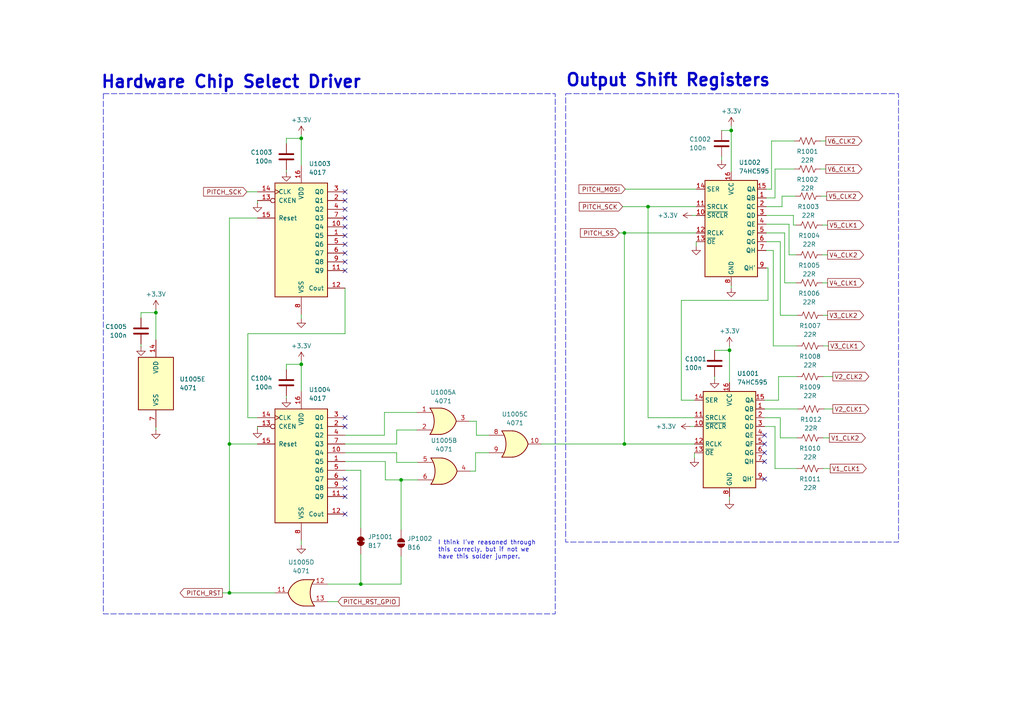
<source format=kicad_sch>
(kicad_sch (version 20231120) (generator "eeschema") (generator_version "8.0")
  (paper "A4")
  (lib_symbols
    (symbol "+3.3V_1" (power) (pin_numbers hide) (pin_names (offset 0) hide)
      (property "Value" "+3.3V" (at 0 3.556 0))
      (symbol "+3.3V_1_0_1"
        (polyline (pts (xy -0.762 1.27) (xy 0 2.54)))
        (polyline (pts (xy 0 0) (xy 0 2.54)))
        (polyline (pts (xy 0 2.54) (xy 0.762 1.27)))
      )
      (symbol "+3.3V_1_1_1"
        (pin power_in line (at 0 0 90) (length 0) (name "~") (number "1"))
      )
    )
    (symbol "4xxx:4017" (pin_names (offset 1.016))
      (property "Reference" "U" (at -7.62 16.51 0))
      (property "Value" "4017" (at -7.62 -19.05 0))
      (symbol "4017_1_0"
        (pin output line (at 12.7 0 180) (length 5.08) (name "Q5") (number "1"))
        (pin output line (at 12.7 2.54 180) (length 5.08) (name "Q4") (number "10"))
        (pin output line (at 12.7 -10.16 180) (length 5.08) (name "Q9") (number "11"))
        (pin output line (at 12.7 -15.24 180) (length 5.08) (name "Cout") (number "12"))
        (pin input inverted (at -12.7 10.16 0) (length 5.08) (name "CKEN") (number "13"))
        (pin input clock (at -12.7 12.7 0) (length 5.08) (name "CLK") (number "14"))
        (pin input line (at -12.7 5.08 0) (length 5.08) (name "Reset") (number "15"))
        (pin power_in line (at 0 20.32 270) (length 5.08) (name "VDD") (number "16"))
        (pin output line (at 12.7 10.16 180) (length 5.08) (name "Q1") (number "2"))
        (pin output line (at 12.7 12.7 180) (length 5.08) (name "Q0") (number "3"))
        (pin output line (at 12.7 7.62 180) (length 5.08) (name "Q2") (number "4"))
        (pin output line (at 12.7 -2.54 180) (length 5.08) (name "Q6") (number "5"))
        (pin output line (at 12.7 -5.08 180) (length 5.08) (name "Q7") (number "6"))
        (pin output line (at 12.7 5.08 180) (length 5.08) (name "Q3") (number "7"))
        (pin power_in line (at 0 -22.86 90) (length 5.08) (name "VSS") (number "8"))
        (pin output line (at 12.7 -7.62 180) (length 5.08) (name "Q8") (number "9"))
      )
      (symbol "4017_1_1"
        (rectangle (start -7.62 15.24) (end 7.62 -17.78) (stroke (width 0.254)) (fill (type background)))
      )
    )
    (symbol "4xxx:4071" (pin_names (offset 1.016))
      (property "Reference" "U" (at 0 1.27 0))
      (property "Value" "4071" (at 0 -1.27 0))
      (symbol "4071_1_1"
        (arc (start -3.81 -3.81) (mid -2.589 0) (end -3.81 3.81) (stroke (width 0.254)))
        (arc (start -0.6096 -3.81) (mid 2.1842 -2.5851) (end 3.81 0) (stroke (width 0.254)) (fill (type background)))
        (polyline (pts (xy -3.81 -3.81) (xy -0.635 -3.81)) (stroke (width 0.254)) (fill (type background)))
        (polyline (pts (xy -3.81 3.81) (xy -0.635 3.81)) (stroke (width 0.254)) (fill (type background)))
        (polyline (pts (xy -0.635 3.81) (xy -3.81 3.81) (xy -3.81 3.81) (xy -3.556 3.4036) (xy -3.0226 2.2606) (xy -2.6924 1.0414) (xy -2.6162 -0.254) (xy -2.7686 -1.4986) (xy -3.175 -2.7178) (xy -3.81 -3.81) (xy -3.81 -3.81) (xy -0.635 -3.81)) (stroke (width -25.4)) (fill (type background)))
        (arc (start 3.81 0) (mid 2.1915 2.5936) (end -0.6096 3.81) (stroke (width 0.254)) (fill (type background)))
        (pin input line (at -7.62 2.54 0) (length 4.318) (name "~") (number "1"))
        (pin input line (at -7.62 -2.54 0) (length 4.318) (name "~") (number "2"))
        (pin output line (at 7.62 0 180) (length 3.81) (name "~") (number "3"))
      )
      (symbol "4071_1_2"
        (arc (start 0 -3.81) (mid 3.7934 0) (end 0 3.81) (stroke (width 0.254)) (fill (type background)))
        (polyline (pts (xy 0 3.81) (xy -3.81 3.81) (xy -3.81 -3.81) (xy 0 -3.81)) (stroke (width 0.254)) (fill (type background)))
        (pin input inverted (at -7.62 2.54 0) (length 3.81) (name "~") (number "1"))
        (pin input inverted (at -7.62 -2.54 0) (length 3.81) (name "~") (number "2"))
        (pin output inverted (at 7.62 0 180) (length 3.81) (name "~") (number "3"))
      )
      (symbol "4071_2_1"
        (arc (start -3.81 -3.81) (mid -2.589 0) (end -3.81 3.81) (stroke (width 0.254)))
        (arc (start -0.6096 -3.81) (mid 2.1842 -2.5851) (end 3.81 0) (stroke (width 0.254)) (fill (type background)))
        (polyline (pts (xy -3.81 -3.81) (xy -0.635 -3.81)) (stroke (width 0.254)) (fill (type background)))
        (polyline (pts (xy -3.81 3.81) (xy -0.635 3.81)) (stroke (width 0.254)) (fill (type background)))
        (polyline (pts (xy -0.635 3.81) (xy -3.81 3.81) (xy -3.81 3.81) (xy -3.556 3.4036) (xy -3.0226 2.2606) (xy -2.6924 1.0414) (xy -2.6162 -0.254) (xy -2.7686 -1.4986) (xy -3.175 -2.7178) (xy -3.81 -3.81) (xy -3.81 -3.81) (xy -0.635 -3.81)) (stroke (width -25.4)) (fill (type background)))
        (arc (start 3.81 0) (mid 2.1915 2.5936) (end -0.6096 3.81) (stroke (width 0.254)) (fill (type background)))
        (pin output line (at 7.62 0 180) (length 3.81) (name "~") (number "4"))
        (pin input line (at -7.62 2.54 0) (length 4.318) (name "~") (number "5"))
        (pin input line (at -7.62 -2.54 0) (length 4.318) (name "~") (number "6"))
      )
      (symbol "4071_2_2"
        (arc (start 0 -3.81) (mid 3.7934 0) (end 0 3.81) (stroke (width 0.254)) (fill (type background)))
        (polyline (pts (xy 0 3.81) (xy -3.81 3.81) (xy -3.81 -3.81) (xy 0 -3.81)) (stroke (width 0.254)) (fill (type background)))
        (pin output inverted (at 7.62 0 180) (length 3.81) (name "~") (number "4"))
        (pin input inverted (at -7.62 2.54 0) (length 3.81) (name "~") (number "5"))
        (pin input inverted (at -7.62 -2.54 0) (length 3.81) (name "~") (number "6"))
      )
      (symbol "4071_3_1"
        (arc (start -3.81 -3.81) (mid -2.589 0) (end -3.81 3.81) (stroke (width 0.254)))
        (arc (start -0.6096 -3.81) (mid 2.1842 -2.5851) (end 3.81 0) (stroke (width 0.254)) (fill (type background)))
        (polyline (pts (xy -3.81 -3.81) (xy -0.635 -3.81)) (stroke (width 0.254)) (fill (type background)))
        (polyline (pts (xy -3.81 3.81) (xy -0.635 3.81)) (stroke (width 0.254)) (fill (type background)))
        (polyline (pts (xy -0.635 3.81) (xy -3.81 3.81) (xy -3.81 3.81) (xy -3.556 3.4036) (xy -3.0226 2.2606) (xy -2.6924 1.0414) (xy -2.6162 -0.254) (xy -2.7686 -1.4986) (xy -3.175 -2.7178) (xy -3.81 -3.81) (xy -3.81 -3.81) (xy -0.635 -3.81)) (stroke (width -25.4)) (fill (type background)))
        (arc (start 3.81 0) (mid 2.1915 2.5936) (end -0.6096 3.81) (stroke (width 0.254)) (fill (type background)))
        (pin output line (at 7.62 0 180) (length 3.81) (name "~") (number "10"))
        (pin input line (at -7.62 2.54 0) (length 4.318) (name "~") (number "8"))
        (pin input line (at -7.62 -2.54 0) (length 4.318) (name "~") (number "9"))
      )
      (symbol "4071_3_2"
        (arc (start 0 -3.81) (mid 3.7934 0) (end 0 3.81) (stroke (width 0.254)) (fill (type background)))
        (polyline (pts (xy 0 3.81) (xy -3.81 3.81) (xy -3.81 -3.81) (xy 0 -3.81)) (stroke (width 0.254)) (fill (type background)))
        (pin output inverted (at 7.62 0 180) (length 3.81) (name "~") (number "10"))
        (pin input inverted (at -7.62 2.54 0) (length 3.81) (name "~") (number "8"))
        (pin input inverted (at -7.62 -2.54 0) (length 3.81) (name "~") (number "9"))
      )
      (symbol "4071_4_1"
        (arc (start -3.81 -3.81) (mid -2.589 0) (end -3.81 3.81) (stroke (width 0.254)))
        (arc (start -0.6096 -3.81) (mid 2.1842 -2.5851) (end 3.81 0) (stroke (width 0.254)) (fill (type background)))
        (polyline (pts (xy -3.81 -3.81) (xy -0.635 -3.81)) (stroke (width 0.254)) (fill (type background)))
        (polyline (pts (xy -3.81 3.81) (xy -0.635 3.81)) (stroke (width 0.254)) (fill (type background)))
        (polyline (pts (xy -0.635 3.81) (xy -3.81 3.81) (xy -3.81 3.81) (xy -3.556 3.4036) (xy -3.0226 2.2606) (xy -2.6924 1.0414) (xy -2.6162 -0.254) (xy -2.7686 -1.4986) (xy -3.175 -2.7178) (xy -3.81 -3.81) (xy -3.81 -3.81) (xy -0.635 -3.81)) (stroke (width -25.4)) (fill (type background)))
        (arc (start 3.81 0) (mid 2.1915 2.5936) (end -0.6096 3.81) (stroke (width 0.254)) (fill (type background)))
        (pin output line (at 7.62 0 180) (length 3.81) (name "~") (number "11"))
        (pin input line (at -7.62 2.54 0) (length 4.318) (name "~") (number "12"))
        (pin input line (at -7.62 -2.54 0) (length 4.318) (name "~") (number "13"))
      )
      (symbol "4071_4_2"
        (arc (start 0 -3.81) (mid 3.7934 0) (end 0 3.81) (stroke (width 0.254)) (fill (type background)))
        (polyline (pts (xy 0 3.81) (xy -3.81 3.81) (xy -3.81 -3.81) (xy 0 -3.81)) (stroke (width 0.254)) (fill (type background)))
        (pin output inverted (at 7.62 0 180) (length 3.81) (name "~") (number "11"))
        (pin input inverted (at -7.62 2.54 0) (length 3.81) (name "~") (number "12"))
        (pin input inverted (at -7.62 -2.54 0) (length 3.81) (name "~") (number "13"))
      )
      (symbol "4071_5_0"
        (pin power_in line (at 0 12.7 270) (length 5.08) (name "VDD") (number "14"))
        (pin power_in line (at 0 -12.7 90) (length 5.08) (name "VSS") (number "7"))
      )
      (symbol "4071_5_1"
        (rectangle (start -5.08 7.62) (end 5.08 -7.62) (stroke (width 0.254)) (fill (type background)))
      )
    )
    (symbol "74xx:74HC595"
      (property "Reference" "U" (at -7.62 13.97 0))
      (property "Value" "74HC595" (at -7.62 -16.51 0))
      (symbol "74HC595_1_0"
        (pin tri_state line (at 10.16 7.62 180) (length 2.54) (name "QB") (number "1"))
        (pin input line (at -10.16 2.54 0) (length 2.54) (name "~{SRCLR}") (number "10"))
        (pin input line (at -10.16 5.08 0) (length 2.54) (name "SRCLK") (number "11"))
        (pin input line (at -10.16 -2.54 0) (length 2.54) (name "RCLK") (number "12"))
        (pin input line (at -10.16 -5.08 0) (length 2.54) (name "~{OE}") (number "13"))
        (pin input line (at -10.16 10.16 0) (length 2.54) (name "SER") (number "14"))
        (pin tri_state line (at 10.16 10.16 180) (length 2.54) (name "QA") (number "15"))
        (pin power_in line (at 0 15.24 270) (length 2.54) (name "VCC") (number "16"))
        (pin tri_state line (at 10.16 5.08 180) (length 2.54) (name "QC") (number "2"))
        (pin tri_state line (at 10.16 2.54 180) (length 2.54) (name "QD") (number "3"))
        (pin tri_state line (at 10.16 0 180) (length 2.54) (name "QE") (number "4"))
        (pin tri_state line (at 10.16 -2.54 180) (length 2.54) (name "QF") (number "5"))
        (pin tri_state line (at 10.16 -5.08 180) (length 2.54) (name "QG") (number "6"))
        (pin tri_state line (at 10.16 -7.62 180) (length 2.54) (name "QH") (number "7"))
        (pin power_in line (at 0 -17.78 90) (length 2.54) (name "GND") (number "8"))
        (pin output line (at 10.16 -12.7 180) (length 2.54) (name "QH'") (number "9"))
      )
      (symbol "74HC595_1_1"
        (rectangle (start -7.62 12.7) (end 7.62 -15.24) (stroke (width 0.254)) (fill (type background)))
      )
    )
    (symbol "Device:C" (pin_numbers hide) (pin_names (offset 0.254))
      (property "Reference" "C" (at 0.635 2.54 0))
      (property "Value" "C" (at 0.635 -2.54 0))
      (symbol "C_0_1"
        (polyline (pts (xy -2.032 -0.762) (xy 2.032 -0.762)) (stroke (width 0.508)))
        (polyline (pts (xy -2.032 0.762) (xy 2.032 0.762)) (stroke (width 0.508)))
      )
      (symbol "C_1_1"
        (pin passive line (at 0 3.81 270) (length 2.794) (name "~") (number "1"))
        (pin passive line (at 0 -3.81 90) (length 2.794) (name "~") (number "2"))
      )
    )
    (symbol "Device:R_US" (pin_numbers hide) (pin_names (offset 0))
      (property "Reference" "R" (at 2.54 0 90))
      (property "Value" "R_US" (at -2.54 0 90))
      (symbol "R_US_0_1"
        (polyline (pts (xy 0 -2.286) (xy 0 -2.54)))
        (polyline (pts (xy 0 2.286) (xy 0 2.54)))
        (polyline (pts (xy 0 -0.762) (xy 1.016 -1.143) (xy 0 -1.524) (xy -1.016 -1.905) (xy 0 -2.286)))
        (polyline (pts (xy 0 0.762) (xy 1.016 0.381) (xy 0 0) (xy -1.016 -0.381) (xy 0 -0.762)))
        (polyline (pts (xy 0 2.286) (xy 1.016 1.905) (xy 0 1.524) (xy -1.016 1.143) (xy 0 0.762)))
      )
      (symbol "R_US_1_1"
        (pin passive line (at 0 3.81 270) (length 1.27) (name "~") (number "1"))
        (pin passive line (at 0 -3.81 90) (length 1.27) (name "~") (number "2"))
      )
    )
    (symbol "GND_1" (power) (pin_numbers hide) (pin_names (offset 0) hide)
      (symbol "GND_1_0_1"
        (polyline (pts (xy 0 0) (xy 0 -1.27) (xy 1.27 -1.27) (xy 0 -2.54) (xy -1.27 -1.27) (xy 0 -1.27)))
      )
      (symbol "GND_1_1_1"
        (pin power_in line (at 0 0 270) (length 0) (name "~") (number "1"))
      )
    )
    (symbol "Jumper:SolderJumper_2_Bridged" (pin_numbers hide) (pin_names (offset 0) hide) (exclude_from_sim yes) (in_bom no)
      (property "Reference" "JP" (at 0 2.032 0))
      (property "Value" "SolderJumper_2_Bridged" (at 0 -2.54 0))
      (symbol "SolderJumper_2_Bridged_0_1"
        (rectangle (start -0.508 0.508) (end 0.508 -0.508) (fill (type outline)))
        (arc (start -0.254 1.016) (mid -1.2656 0) (end -0.254 -1.016))
        (arc (start -0.254 1.016) (mid -1.2656 0) (end -0.254 -1.016) (fill (type outline)))
        (polyline (pts (xy -0.254 1.016) (xy -0.254 -1.016)))
        (polyline (pts (xy 0.254 1.016) (xy 0.254 -1.016)))
        (arc (start 0.254 -1.016) (mid 1.2656 0) (end 0.254 1.016))
        (arc (start 0.254 -1.016) (mid 1.2656 0) (end 0.254 1.016) (fill (type outline)))
      )
      (symbol "SolderJumper_2_Bridged_1_1"
        (pin passive line (at -3.81 0 0) (length 2.54) (name "A") (number "1"))
        (pin passive line (at 3.81 0 180) (length 2.54) (name "B") (number "2"))
      )
    )
    (symbol "Jumper:SolderJumper_2_Open" (pin_numbers hide) (pin_names (offset 0) hide) (exclude_from_sim yes) (in_bom no)
      (property "Reference" "JP" (at 0 2.032 0))
      (property "Value" "SolderJumper_2_Open" (at 0 -2.54 0))
      (symbol "SolderJumper_2_Open_0_1"
        (arc (start -0.254 1.016) (mid -1.2656 0) (end -0.254 -1.016))
        (arc (start -0.254 1.016) (mid -1.2656 0) (end -0.254 -1.016) (fill (type outline)))
        (polyline (pts (xy -0.254 1.016) (xy -0.254 -1.016)))
        (polyline (pts (xy 0.254 1.016) (xy 0.254 -1.016)))
        (arc (start 0.254 -1.016) (mid 1.2656 0) (end 0.254 1.016))
        (arc (start 0.254 -1.016) (mid 1.2656 0) (end 0.254 1.016) (fill (type outline)))
      )
      (symbol "SolderJumper_2_Open_1_1"
        (pin passive line (at -3.81 0 0) (length 2.54) (name "A") (number "1"))
        (pin passive line (at 3.81 0 180) (length 2.54) (name "B") (number "2"))
      )
    )
    (symbol "power:+3.3V" (power) (pin_names (offset 0))
      (property "Value" "+3.3V" (at 0 3.556 0))
      (symbol "+3.3V_0_1"
        (polyline (pts (xy -0.762 1.27) (xy 0 2.54)))
        (polyline (pts (xy 0 0) (xy 0 2.54)))
        (polyline (pts (xy 0 2.54) (xy 0.762 1.27)))
      )
      (symbol "+3.3V_1_1"
        (pin power_in line (at 0 0 90) (length 0) hide (name "+3.3V") (number "1"))
      )
    )
    (symbol "power:GND" (power) (pin_names (offset 0))
      (symbol "GND_0_1"
        (polyline (pts (xy 0 0) (xy 0 -1.27) (xy 1.27 -1.27) (xy 0 -2.54) (xy -1.27 -1.27) (xy 0 -1.27)))
      )
      (symbol "GND_1_1"
        (pin power_in line (at 0 0 270) (length 0) hide (name "GND") (number "1"))
      )
    )
  )
  (junction (at 66.548 128.778))
  (junction (at 187.96 59.944))
  (junction (at 66.548 171.958))
  (junction (at 212.09 37.846))
  (junction (at 104.648 169.418))
  (junction (at 87.376 40.132))
  (junction (at 181.102 67.564))
  (junction (at 45.212 90.678))
  (junction (at 87.376 105.664))
  (junction (at 211.582 101.6))
  (junction (at 181.102 128.778))
  (junction (at 116.332 139.192))
  (no_connect (at 100.076 75.946))
  (no_connect (at 221.742 138.938))
  (no_connect (at 100.076 73.406))
  (no_connect (at 100.076 58.166))
  (no_connect (at 100.076 123.698))
  (no_connect (at 221.742 131.318))
  (no_connect (at 221.742 128.778))
  (no_connect (at 100.076 60.706))
  (no_connect (at 221.742 126.238))
  (no_connect (at 100.076 65.786))
  (no_connect (at 221.742 133.858))
  (no_connect (at 100.076 149.098))
  (no_connect (at 100.076 138.938))
  (no_connect (at 100.076 70.866))
  (no_connect (at 100.076 144.018))
  (no_connect (at 100.076 55.626))
  (no_connect (at 100.076 78.486))
  (no_connect (at 100.076 68.326))
  (no_connect (at 100.076 141.478))
  (no_connect (at 100.076 121.158))
  (no_connect (at 100.076 63.246))
  (wire (pts (xy 87.376 104.648) (xy 87.376 105.664)))
  (wire (pts (xy 225.806 109.22) (xy 225.806 116.078)))
  (wire (pts (xy 207.264 109.22) (xy 207.264 109.982)))
  (wire (pts (xy 209.296 37.846) (xy 212.09 37.846)))
  (wire (pts (xy 71.882 96.774) (xy 100.076 96.774)))
  (wire (pts (xy 83.058 41.656) (xy 83.058 40.132)))
  (wire (pts (xy 238.506 73.914) (xy 240.03 73.914)))
  (wire (pts (xy 222.25 57.404) (xy 224.79 57.404)))
  (wire (pts (xy 187.96 121.158) (xy 187.96 59.944)))
  (wire (pts (xy 212.09 36.576) (xy 212.09 37.846)))
  (wire (pts (xy 180.848 128.778) (xy 180.848 129.032)))
  (wire (pts (xy 137.922 131.318) (xy 141.732 131.318)))
  (wire (pts (xy 211.582 101.6) (xy 211.582 110.998)))
  (wire (pts (xy 74.676 58.166) (xy 74.676 58.928)))
  (wire (pts (xy 238.506 82.042) (xy 240.03 82.042)))
  (wire (pts (xy 211.582 144.018) (xy 211.582 145.034)))
  (wire (pts (xy 71.882 121.158) (xy 71.882 96.774)))
  (wire (pts (xy 226.314 127) (xy 231.14 127)))
  (wire (pts (xy 238.252 56.896) (xy 239.776 56.896)))
  (wire (pts (xy 100.076 131.318) (xy 115.062 131.318)))
  (wire (pts (xy 87.376 91.186) (xy 87.376 92.456)))
  (wire (pts (xy 116.332 139.192) (xy 121.158 139.192)))
  (wire (pts (xy 100.076 96.774) (xy 100.076 83.566)))
  (wire (pts (xy 225.806 109.22) (xy 231.14 109.22)))
  (wire (pts (xy 71.628 55.626) (xy 74.676 55.626)))
  (wire (pts (xy 115.062 128.778) (xy 115.062 124.714)))
  (wire (pts (xy 197.612 87.122) (xy 197.612 116.078)))
  (wire (pts (xy 238.506 65.278) (xy 240.03 65.278)))
  (wire (pts (xy 181.102 129.032) (xy 181.102 128.778)))
  (wire (pts (xy 228.854 73.914) (xy 230.886 73.914)))
  (wire (pts (xy 200.152 123.698) (xy 201.422 123.698)))
  (wire (pts (xy 224.79 49.022) (xy 230.378 49.022)))
  (wire (pts (xy 238.76 100.33) (xy 240.284 100.33)))
  (wire (pts (xy 115.062 131.318) (xy 115.062 134.112)))
  (wire (pts (xy 180.848 128.778) (xy 156.972 128.778)))
  (wire (pts (xy 201.422 121.158) (xy 187.96 121.158)))
  (wire (pts (xy 209.296 45.466) (xy 209.296 46.482)))
  (wire (pts (xy 179.578 67.564) (xy 181.102 67.564)))
  (wire (pts (xy 238.76 109.22) (xy 241.554 109.22)))
  (wire (pts (xy 100.076 126.238) (xy 111.506 126.238)))
  (wire (pts (xy 237.998 40.894) (xy 239.522 40.894)))
  (wire (pts (xy 226.314 127) (xy 226.314 121.158)))
  (wire (pts (xy 225.806 116.078) (xy 221.742 116.078)))
  (wire (pts (xy 115.062 124.714) (xy 120.904 124.714)))
  (wire (pts (xy 181.102 128.778) (xy 181.102 67.564)))
  (wire (pts (xy 74.676 63.246) (xy 66.548 63.246)))
  (wire (pts (xy 83.058 49.276) (xy 83.058 50.038)))
  (wire (pts (xy 136.398 136.652) (xy 137.922 136.652)))
  (wire (pts (xy 136.144 122.174) (xy 138.176 122.174)))
  (wire (pts (xy 87.376 105.664) (xy 87.376 113.538)))
  (wire (pts (xy 230.124 62.484) (xy 230.124 65.278)))
  (wire (pts (xy 222.758 87.122) (xy 222.758 77.724)))
  (wire (pts (xy 100.076 128.778) (xy 115.062 128.778)))
  (wire (pts (xy 222.25 70.104) (xy 226.314 70.104)))
  (wire (pts (xy 116.332 161.29) (xy 116.332 169.418)))
  (wire (pts (xy 83.058 114.808) (xy 83.058 115.57)))
  (wire (pts (xy 64.516 171.958) (xy 66.548 171.958)))
  (wire (pts (xy 238.76 91.44) (xy 240.03 91.44)))
  (wire (pts (xy 116.332 139.192) (xy 116.332 153.67)))
  (wire (pts (xy 223.774 40.894) (xy 230.378 40.894)))
  (wire (pts (xy 104.648 169.418) (xy 104.648 160.782)))
  (wire (pts (xy 83.058 107.188) (xy 83.058 105.664)))
  (wire (pts (xy 226.314 91.44) (xy 231.14 91.44)))
  (wire (pts (xy 224.282 100.33) (xy 231.14 100.33)))
  (wire (pts (xy 228.854 65.024) (xy 228.854 73.914)))
  (wire (pts (xy 221.742 118.618) (xy 231.394 118.618)))
  (wire (pts (xy 116.332 169.418) (xy 104.648 169.418)))
  (wire (pts (xy 239.014 118.618) (xy 241.554 118.618)))
  (wire (pts (xy 222.25 72.644) (xy 224.282 72.644)))
  (wire (pts (xy 230.124 65.278) (xy 230.886 65.278)))
  (wire (pts (xy 201.93 70.104) (xy 201.93 71.374)))
  (wire (pts (xy 227.584 82.042) (xy 230.886 82.042)))
  (wire (pts (xy 111.506 126.238) (xy 111.506 119.634)))
  (wire (pts (xy 87.376 40.132) (xy 87.376 48.006)))
  (wire (pts (xy 201.422 128.778) (xy 181.102 128.778)))
  (wire (pts (xy 212.09 82.804) (xy 212.09 83.566)))
  (wire (pts (xy 226.822 56.896) (xy 230.632 56.896)))
  (wire (pts (xy 207.264 101.6) (xy 211.582 101.6)))
  (wire (pts (xy 45.212 90.678) (xy 45.212 98.552)))
  (wire (pts (xy 87.376 156.718) (xy 87.376 157.988)))
  (wire (pts (xy 197.612 116.078) (xy 201.422 116.078)))
  (wire (pts (xy 100.076 133.858) (xy 111.76 133.858)))
  (wire (pts (xy 104.648 153.162) (xy 104.648 136.398)))
  (wire (pts (xy 87.376 39.116) (xy 87.376 40.132)))
  (wire (pts (xy 94.996 174.498) (xy 98.044 174.498)))
  (wire (pts (xy 40.894 90.678) (xy 45.212 90.678)))
  (wire (pts (xy 111.76 133.858) (xy 111.76 139.192)))
  (wire (pts (xy 224.79 57.404) (xy 224.79 49.022)))
  (wire (pts (xy 104.648 136.398) (xy 100.076 136.398)))
  (wire (pts (xy 237.998 49.022) (xy 239.522 49.022)))
  (wire (pts (xy 197.612 87.122) (xy 222.758 87.122)))
  (wire (pts (xy 224.282 72.644) (xy 224.282 100.33)))
  (wire (pts (xy 111.506 119.634) (xy 120.904 119.634)))
  (wire (pts (xy 137.922 136.652) (xy 137.922 131.318)))
  (wire (pts (xy 223.774 54.864) (xy 223.774 40.894)))
  (wire (pts (xy 200.66 62.484) (xy 201.93 62.484)))
  (wire (pts (xy 201.93 59.944) (xy 187.96 59.944)))
  (wire (pts (xy 83.058 105.664) (xy 87.376 105.664)))
  (wire (pts (xy 83.058 40.132) (xy 87.376 40.132)))
  (wire (pts (xy 74.676 123.698) (xy 74.676 124.46)))
  (wire (pts (xy 115.062 134.112) (xy 121.158 134.112)))
  (wire (pts (xy 222.25 59.944) (xy 226.822 59.944)))
  (wire (pts (xy 180.848 129.032) (xy 181.102 129.032)))
  (wire (pts (xy 211.582 100.33) (xy 211.582 101.6)))
  (wire (pts (xy 224.79 135.89) (xy 224.79 123.698)))
  (wire (pts (xy 40.894 99.822) (xy 40.894 100.584)))
  (wire (pts (xy 222.758 77.724) (xy 222.25 77.724)))
  (wire (pts (xy 227.584 67.564) (xy 227.584 82.042)))
  (wire (pts (xy 238.76 127) (xy 240.538 127)))
  (wire (pts (xy 222.25 65.024) (xy 228.854 65.024)))
  (wire (pts (xy 111.76 139.192) (xy 116.332 139.192)))
  (wire (pts (xy 45.212 123.952) (xy 45.212 124.714)))
  (wire (pts (xy 66.548 128.778) (xy 66.548 171.958)))
  (wire (pts (xy 66.548 128.778) (xy 74.676 128.778)))
  (wire (pts (xy 94.996 169.418) (xy 104.648 169.418)))
  (wire (pts (xy 226.314 70.104) (xy 226.314 91.44)))
  (wire (pts (xy 201.422 131.318) (xy 201.422 132.842)))
  (wire (pts (xy 138.176 122.174) (xy 138.176 126.238)))
  (wire (pts (xy 45.212 89.662) (xy 45.212 90.678)))
  (wire (pts (xy 66.548 63.246) (xy 66.548 128.778)))
  (wire (pts (xy 226.822 59.944) (xy 226.822 56.896)))
  (wire (pts (xy 74.676 121.158) (xy 71.882 121.158)))
  (wire (pts (xy 238.76 135.89) (xy 240.792 135.89)))
  (wire (pts (xy 138.176 126.238) (xy 141.732 126.238)))
  (wire (pts (xy 224.79 135.89) (xy 231.14 135.89)))
  (wire (pts (xy 79.756 171.958) (xy 66.548 171.958)))
  (wire (pts (xy 181.356 54.864) (xy 201.93 54.864)))
  (wire (pts (xy 212.09 37.846) (xy 212.09 49.784)))
  (wire (pts (xy 224.79 123.698) (xy 221.742 123.698)))
  (wire (pts (xy 222.25 67.564) (xy 227.584 67.564)))
  (wire (pts (xy 40.894 92.202) (xy 40.894 90.678)))
  (wire (pts (xy 222.25 54.864) (xy 223.774 54.864)))
  (wire (pts (xy 226.314 121.158) (xy 221.742 121.158)))
  (wire (pts (xy 181.102 67.564) (xy 201.93 67.564)))
  (wire (pts (xy 222.25 62.484) (xy 230.124 62.484)))
  (wire (pts (xy 187.96 59.944) (xy 180.594 59.944)))
  (rectangle (start 29.972 27.178) (end 161.036 178.054) (stroke (width 0) (type dash)))
  (rectangle (start 164.084 27.178) (end 260.604 157.226) (stroke (width 0) (type dash)))
  (text "I think I've reasoned through \nthis correcly, but if not we \nhave this solder jumper." (at 127 159.512 0) (effects (font (size 1.27 1.27)) (justify left)))
  (text "Output Shift Registers" (at 193.802 23.368 0) (effects (font (size 3.5 3.5) (thickness 0.7) (bold yes))))
  (text "Hardware Chip Select Driver" (at 67.056 23.876 0) (effects (font (size 3.5 3.5) (thickness 0.7) (bold yes))))
  (global_label "V4_CLK2" (shape output) (at 240.03 73.914 0) (property "Intersheetrefs" "${INTERSHEET_REFS}" (effects (hide yes))))
  (global_label "V1_CLK2" (shape output) (at 240.538 127 0) (property "Intersheetrefs" "${INTERSHEET_REFS}" (effects (hide yes))))
  (global_label "PITCH_RST" (shape output) (at 64.516 171.958 180) (property "Intersheetrefs" "${INTERSHEET_REFS}" (effects (hide yes))))
  (global_label "V3_CLK1" (shape output) (at 240.284 100.33 0) (property "Intersheetrefs" "${INTERSHEET_REFS}" (effects (hide yes))))
  (global_label "V5_CLK2" (shape output) (at 239.776 56.896 0) (property "Intersheetrefs" "${INTERSHEET_REFS}" (effects (hide yes))))
  (global_label "V1_CLK1" (shape output) (at 240.792 135.89 0) (property "Intersheetrefs" "${INTERSHEET_REFS}" (effects (hide yes))))
  (global_label "PITCH_SS" (shape input) (at 179.578 67.564 180) (property "Intersheetrefs" "${INTERSHEET_REFS}" (effects (hide yes))))
  (global_label "V5_CLK1" (shape output) (at 240.03 65.278 0) (property "Intersheetrefs" "${INTERSHEET_REFS}" (effects (hide yes))))
  (global_label "V4_CLK1" (shape output) (at 240.03 82.042 0) (property "Intersheetrefs" "${INTERSHEET_REFS}" (effects (hide yes))))
  (global_label "PITCH_SCK" (shape input) (at 180.594 59.944 180) (property "Intersheetrefs" "${INTERSHEET_REFS}" (effects (hide yes))))
  (global_label "PITCH_MOSI" (shape input) (at 181.356 54.864 180) (property "Intersheetrefs" "${INTERSHEET_REFS}" (effects (hide yes))))
  (global_label "V3_CLK2" (shape output) (at 240.03 91.44 0) (property "Intersheetrefs" "${INTERSHEET_REFS}" (effects (hide yes))))
  (global_label "V2_CLK1" (shape output) (at 241.554 118.618 0) (property "Intersheetrefs" "${INTERSHEET_REFS}" (effects (hide yes))))
  (global_label "V6_CLK1" (shape output) (at 239.522 49.022 0) (property "Intersheetrefs" "${INTERSHEET_REFS}" (effects (hide yes))))
  (global_label "PITCH_RST_GPIO" (shape input) (at 98.044 174.498 0) (property "Intersheetrefs" "${INTERSHEET_REFS}" (effects (hide yes))))
  (global_label "V6_CLK2" (shape output) (at 239.522 40.894 0) (property "Intersheetrefs" "${INTERSHEET_REFS}" (effects (hide yes))))
  (global_label "PITCH_SCK" (shape input) (at 71.628 55.626 180) (property "Intersheetrefs" "${INTERSHEET_REFS}" (effects (hide yes))))
  (global_label "V2_CLK2" (shape output) (at 241.554 109.22 0) (property "Intersheetrefs" "${INTERSHEET_REFS}" (effects (hide yes))))
  (symbol (lib_id "4xxx:4071") (at 128.524 122.174 0) (unit 1)
    (property "Reference" "U1005" (at 128.524 113.792 0))
    (property "Value" "4071" (at 128.524 116.332 0))
    (property "Footprint" "Package_SO:SOIC-14_3.9x8.7mm_P1.27mm" (effects (hide yes)))
    (property "Datasheet" "http://www.intersil.com/content/dam/Intersil/documents/cd40/cd4071bms-72bms-75bms.pdf" (effects (hide yes)))
    (property "Description" "Quad Or 2 inputs" (effects (hide yes)))
  )
  (symbol (lib_id "Device:C") (at 83.058 110.998 0) (unit 1)
    (property "Reference" "C1004" (at 78.994 109.7279 0) (effects (justify right)))
    (property "Value" "100n" (at 78.994 112.2679 0) (effects (justify right)))
    (property "Footprint" "Capacitor_SMD:C_0805_2012Metric" (effects (hide yes)))
    (property "Description" "Unpolarized capacitor" (effects (hide yes)))
  )
  (symbol (lib_name "GND_1") (lib_id "power:GND") (at 87.376 92.456 0) (unit 1)
    (property "Reference" "#PWR01013" (effects (hide yes)))
    (property "Value" "GND" (effects (hide yes)))
    (property "Description" "Power symbol creates a global label with name \"GND\" , ground" (effects (hide yes)))
  )
  (symbol (lib_id "power:+3.3V") (at 212.09 36.576 0) (unit 1)
    (property "Reference" "#PWR01009" (effects (hide yes)))
    (property "Value" "+3.3V" (at 212.09 32.258 0))
  )
  (symbol (lib_id "Jumper:SolderJumper_2_Open") (at 116.332 157.48 90) (unit 1) (exclude_from_sim yes) (in_bom no)
    (property "Reference" "JP1002" (at 118.11 156.2099 90) (effects (justify right)))
    (property "Value" "B16" (at 118.11 158.7499 90) (effects (justify right)))
    (property "Footprint" "Jumper:SolderJumper-2_P1.3mm_Open_Pad1.0x1.5mm" (effects (hide yes)))
    (property "Description" "Solder Jumper, 2-pole, open" (effects (hide yes)))
  )
  (symbol (lib_id "Device:R_US") (at 234.696 65.278 90) (unit 1)
    (property "Reference" "R1004" (at 234.696 68.326 90))
    (property "Value" "22R" (at 234.696 70.866 90))
    (property "Footprint" "Resistor_SMD:R_0805_2012Metric" (effects (hide yes)))
    (property "Description" "Resistor, US symbol" (effects (hide yes)))
  )
  (symbol (lib_name "+3.3V_1") (lib_id "power:+3.3V") (at 87.376 104.648 0) (unit 1)
    (property "Reference" "#PWR01017" (effects (hide yes)))
    (property "Value" "+3.3V" (at 87.376 100.33 0))
    (property "Description" "Power symbol creates a global label with name \"+3.3V\"" (effects (hide yes)))
  )
  (symbol (lib_id "power:+3.3V") (at 211.582 100.33 0) (unit 1)
    (property "Reference" "#PWR01007" (effects (hide yes)))
    (property "Value" "+3.3V" (at 211.582 96.012 0))
  )
  (symbol (lib_id "Device:R_US") (at 234.95 135.89 90) (unit 1)
    (property "Reference" "R1011" (at 234.95 138.938 90))
    (property "Value" "22R" (at 234.95 141.478 90))
    (property "Footprint" "Resistor_SMD:R_0805_2012Metric" (effects (hide yes)))
    (property "Description" "Resistor, US symbol" (effects (hide yes)))
  )
  (symbol (lib_id "4xxx:4071") (at 45.212 111.252 0) (mirror y) (unit 5)
    (property "Reference" "U1005" (at 52.07 109.9819 0) (effects (justify right)))
    (property "Value" "4071" (at 52.07 112.5219 0) (effects (justify right)))
    (property "Footprint" "Package_SO:SOIC-14_3.9x8.7mm_P1.27mm" (effects (hide yes)))
    (property "Datasheet" "http://www.intersil.com/content/dam/Intersil/documents/cd40/cd4071bms-72bms-75bms.pdf" (effects (hide yes)))
    (property "Description" "Quad Or 2 inputs" (effects (hide yes)))
  )
  (symbol (lib_name "GND_1") (lib_id "power:GND") (at 74.676 58.928 0) (unit 1)
    (property "Reference" "#PWR01014" (effects (hide yes)))
    (property "Value" "GND" (effects (hide yes)))
    (property "Description" "Power symbol creates a global label with name \"GND\" , ground" (effects (hide yes)))
  )
  (symbol (lib_name "GND_1") (lib_id "power:GND") (at 74.676 124.46 0) (unit 1)
    (property "Reference" "#PWR01015" (effects (hide yes)))
    (property "Value" "GND" (effects (hide yes)))
    (property "Description" "Power symbol creates a global label with name \"GND\" , ground" (effects (hide yes)))
  )
  (symbol (lib_id "Device:R_US") (at 234.95 100.33 90) (unit 1)
    (property "Reference" "R1008" (at 234.95 103.378 90))
    (property "Value" "22R" (at 234.95 105.918 90))
    (property "Footprint" "Resistor_SMD:R_0805_2012Metric" (effects (hide yes)))
    (property "Description" "Resistor, US symbol" (effects (hide yes)))
  )
  (symbol (lib_id "Device:R_US") (at 234.95 91.44 90) (unit 1)
    (property "Reference" "R1007" (at 234.95 94.488 90))
    (property "Value" "22R" (at 234.95 97.028 90))
    (property "Footprint" "Resistor_SMD:R_0805_2012Metric" (effects (hide yes)))
    (property "Description" "Resistor, US symbol" (effects (hide yes)))
  )
  (symbol (lib_id "Device:R_US") (at 234.442 56.896 90) (unit 1)
    (property "Reference" "R1003" (at 234.442 59.944 90))
    (property "Value" "22R" (at 234.442 62.484 90))
    (property "Footprint" "Resistor_SMD:R_0805_2012Metric" (effects (hide yes)))
    (property "Description" "Resistor, US symbol" (effects (hide yes)))
  )
  (symbol (lib_name "GND_1") (lib_id "power:GND") (at 45.212 124.714 0) (unit 1)
    (property "Reference" "#PWR01021" (effects (hide yes)))
    (property "Value" "GND" (effects (hide yes)))
    (property "Description" "Power symbol creates a global label with name \"GND\" , ground" (effects (hide yes)))
  )
  (symbol (lib_id "4xxx:4071") (at 87.376 171.958 0) (mirror y) (unit 4)
    (property "Reference" "U1005" (at 87.376 163.068 0))
    (property "Value" "4071" (at 87.376 165.608 0))
    (property "Footprint" "Package_SO:SOIC-14_3.9x8.7mm_P1.27mm" (effects (hide yes)))
    (property "Datasheet" "http://www.intersil.com/content/dam/Intersil/documents/cd40/cd4071bms-72bms-75bms.pdf" (effects (hide yes)))
    (property "Description" "Quad Or 2 inputs" (effects (hide yes)))
  )
  (symbol (lib_id "4xxx:4017") (at 87.376 133.858 0) (unit 1)
    (property "Reference" "U1004" (at 89.5701 113.03 0) (effects (justify left)))
    (property "Value" "4017" (at 89.5701 115.57 0) (effects (justify left)))
    (property "Footprint" "Package_SO:SOIC-16_3.9x9.9mm_P1.27mm" (effects (hide yes)))
    (property "Datasheet" "http://www.intersil.com/content/dam/Intersil/documents/cd40/cd4017bms-22bms.pdf" (effects (hide yes)))
    (property "Description" "Johnson Counter ( 10 outputs )" (effects (hide yes)))
  )
  (symbol (lib_id "power:GND") (at 212.09 83.566 0) (unit 1)
    (property "Reference" "#PWR01010" (effects (hide yes)))
    (property "Value" "GND" (effects (hide yes)))
  )
  (symbol (lib_id "Device:R_US") (at 234.696 73.914 90) (unit 1)
    (property "Reference" "R1005" (at 234.696 76.962 90))
    (property "Value" "22R" (at 234.696 79.502 90))
    (property "Footprint" "Resistor_SMD:R_0805_2012Metric" (effects (hide yes)))
    (property "Description" "Resistor, US symbol" (effects (hide yes)))
  )
  (symbol (lib_id "power:GND") (at 207.264 109.982 0) (unit 1)
    (property "Reference" "#PWR01005" (effects (hide yes)))
    (property "Value" "GND" (effects (hide yes)))
  )
  (symbol (lib_id "power:GND") (at 209.296 46.482 0) (unit 1)
    (property "Reference" "#PWR01006" (effects (hide yes)))
    (property "Value" "GND" (effects (hide yes)))
  )
  (symbol (lib_id "Device:C") (at 83.058 45.466 0) (unit 1)
    (property "Reference" "C1003" (at 78.994 44.1959 0) (effects (justify right)))
    (property "Value" "100n" (at 78.994 46.7359 0) (effects (justify right)))
    (property "Footprint" "Capacitor_SMD:C_0805_2012Metric" (effects (hide yes)))
    (property "Description" "Unpolarized capacitor" (effects (hide yes)))
  )
  (symbol (lib_id "4xxx:4071") (at 149.352 128.778 0) (unit 3)
    (property "Reference" "U1005" (at 149.352 120.142 0))
    (property "Value" "4071" (at 149.352 122.682 0))
    (property "Footprint" "Package_SO:SOIC-14_3.9x8.7mm_P1.27mm" (effects (hide yes)))
    (property "Datasheet" "http://www.intersil.com/content/dam/Intersil/documents/cd40/cd4071bms-72bms-75bms.pdf" (effects (hide yes)))
    (property "Description" "Quad Or 2 inputs" (effects (hide yes)))
  )
  (symbol (lib_id "Jumper:SolderJumper_2_Bridged") (at 104.648 156.972 90) (unit 1) (exclude_from_sim yes) (in_bom no)
    (property "Reference" "JP1001" (at 106.68 155.7019 90) (effects (justify right)))
    (property "Value" "B17" (at 106.68 158.2419 90) (effects (justify right)))
    (property "Footprint" "Jumper:SolderJumper-2_P1.3mm_Bridged_Pad1.0x1.5mm" (effects (hide yes)))
    (property "Description" "Solder Jumper, 2-pole, closed/bridged" (effects (hide yes)))
  )
  (symbol (lib_id "power:+3.3V") (at 200.66 62.484 90) (unit 1)
    (property "Reference" "#PWR01002" (effects (hide yes)))
    (property "Value" "+3.3V" (at 196.596 62.484 90) (effects (justify left)))
  )
  (symbol (lib_id "4xxx:4071") (at 128.778 136.652 0) (unit 2)
    (property "Reference" "U1005" (at 128.778 127.762 0))
    (property "Value" "4071" (at 128.778 130.302 0))
    (property "Footprint" "Package_SO:SOIC-14_3.9x8.7mm_P1.27mm" (effects (hide yes)))
    (property "Datasheet" "http://www.intersil.com/content/dam/Intersil/documents/cd40/cd4071bms-72bms-75bms.pdf" (effects (hide yes)))
    (property "Description" "Quad Or 2 inputs" (effects (hide yes)))
  )
  (symbol (lib_id "Device:R_US") (at 234.95 109.22 90) (unit 1)
    (property "Reference" "R1009" (at 234.95 112.268 90))
    (property "Value" "22R" (at 234.95 114.808 90))
    (property "Footprint" "Resistor_SMD:R_0805_2012Metric" (effects (hide yes)))
    (property "Description" "Resistor, US symbol" (effects (hide yes)))
  )
  (symbol (lib_id "4xxx:4017") (at 87.376 68.326 0) (unit 1)
    (property "Reference" "U1003" (at 89.5701 47.498 0) (effects (justify left)))
    (property "Value" "4017" (at 89.5701 50.038 0) (effects (justify left)))
    (property "Footprint" "Package_SO:SOIC-16_3.9x9.9mm_P1.27mm" (effects (hide yes)))
    (property "Datasheet" "http://www.intersil.com/content/dam/Intersil/documents/cd40/cd4017bms-22bms.pdf" (effects (hide yes)))
    (property "Description" "Johnson Counter ( 10 outputs )" (effects (hide yes)))
  )
  (symbol (lib_name "GND_1") (lib_id "power:GND") (at 83.058 50.038 0) (unit 1)
    (property "Reference" "#PWR01012" (effects (hide yes)))
    (property "Value" "GND" (effects (hide yes)))
    (property "Description" "Power symbol creates a global label with name \"GND\" , ground" (effects (hide yes)))
  )
  (symbol (lib_id "power:GND") (at 211.582 145.034 0) (unit 1)
    (property "Reference" "#PWR01008" (effects (hide yes)))
    (property "Value" "GND" (effects (hide yes)))
  )
  (symbol (lib_name "GND_1") (lib_id "power:GND") (at 40.894 100.584 0) (unit 1)
    (property "Reference" "#PWR01019" (effects (hide yes)))
    (property "Value" "GND" (effects (hide yes)))
    (property "Description" "Power symbol creates a global label with name \"GND\" , ground" (effects (hide yes)))
  )
  (symbol (lib_id "Device:C") (at 40.894 96.012 0) (unit 1)
    (property "Reference" "C1005" (at 36.83 94.7419 0) (effects (justify right)))
    (property "Value" "100n" (at 36.83 97.2819 0) (effects (justify right)))
    (property "Footprint" "Capacitor_SMD:C_0805_2012Metric" (effects (hide yes)))
    (property "Description" "Unpolarized capacitor" (effects (hide yes)))
  )
  (symbol (lib_name "+3.3V_1") (lib_id "power:+3.3V") (at 87.376 39.116 0) (unit 1)
    (property "Reference" "#PWR01011" (effects (hide yes)))
    (property "Value" "+3.3V" (at 87.376 34.798 0))
    (property "Description" "Power symbol creates a global label with name \"+3.3V\"" (effects (hide yes)))
  )
  (symbol (lib_id "Device:R_US") (at 234.696 82.042 90) (unit 1)
    (property "Reference" "R1006" (at 234.696 85.09 90))
    (property "Value" "22R" (at 234.696 87.63 90))
    (property "Footprint" "Resistor_SMD:R_0805_2012Metric" (effects (hide yes)))
    (property "Description" "Resistor, US symbol" (effects (hide yes)))
  )
  (symbol (lib_id "Device:C") (at 207.264 105.41 0) (unit 1)
    (property "Reference" "C1001" (at 198.628 104.14 0) (effects (justify left)))
    (property "Value" "100n" (at 198.628 106.68 0) (effects (justify left)))
    (property "Footprint" "Capacitor_SMD:C_0805_2012Metric" (effects (hide yes)))
  )
  (symbol (lib_name "GND_1") (lib_id "power:GND") (at 87.376 157.988 0) (unit 1)
    (property "Reference" "#PWR01018" (effects (hide yes)))
    (property "Value" "GND" (effects (hide yes)))
    (property "Description" "Power symbol creates a global label with name \"GND\" , ground" (effects (hide yes)))
  )
  (symbol (lib_id "Device:R_US") (at 234.188 40.894 90) (unit 1)
    (property "Reference" "R1001" (at 234.188 43.942 90))
    (property "Value" "22R" (at 234.188 46.482 90))
    (property "Footprint" "Resistor_SMD:R_0805_2012Metric" (effects (hide yes)))
    (property "Description" "Resistor, US symbol" (effects (hide yes)))
  )
  (symbol (lib_id "Device:C") (at 209.296 41.656 0) (unit 1)
    (property "Reference" "C1002" (at 199.898 40.386 0) (effects (justify left)))
    (property "Value" "100n" (at 199.898 42.926 0) (effects (justify left)))
    (property "Footprint" "Capacitor_SMD:C_0805_2012Metric" (effects (hide yes)))
  )
  (symbol (lib_id "Device:R_US") (at 235.204 118.618 90) (unit 1)
    (property "Reference" "R1012" (at 235.204 121.666 90))
    (property "Value" "22R" (at 235.204 124.206 90))
    (property "Footprint" "Resistor_SMD:R_0805_2012Metric" (effects (hide yes)))
    (property "Description" "Resistor, US symbol" (effects (hide yes)))
  )
  (symbol (lib_id "Device:R_US") (at 234.188 49.022 90) (unit 1)
    (property "Reference" "R1002" (at 234.188 52.07 90))
    (property "Value" "22R" (at 234.188 54.61 90))
    (property "Footprint" "Resistor_SMD:R_0805_2012Metric" (effects (hide yes)))
    (property "Description" "Resistor, US symbol" (effects (hide yes)))
  )
  (symbol (lib_id "Device:R_US") (at 234.95 127 90) (unit 1)
    (property "Reference" "R1010" (at 234.95 130.048 90))
    (property "Value" "22R" (at 234.95 132.588 90))
    (property "Footprint" "Resistor_SMD:R_0805_2012Metric" (effects (hide yes)))
    (property "Description" "Resistor, US symbol" (effects (hide yes)))
  )
  (symbol (lib_id "74xx:74HC595") (at 211.582 126.238 0) (unit 1)
    (property "Reference" "U1001" (at 213.7761 108.331 0) (effects (justify left)))
    (property "Value" "74HC595" (at 213.7761 110.871 0) (effects (justify left)))
    (property "Footprint" "Package_SO:SOIC-16_3.9x9.9mm_P1.27mm" (effects (hide yes)))
    (property "Datasheet" "http://www.ti.com/lit/ds/symlink/sn74hc595.pdf" (effects (hide yes)))
  )
  (symbol (lib_id "power:GND") (at 201.422 132.842 0) (unit 1)
    (property "Reference" "#PWR01003" (effects (hide yes)))
    (property "Value" "GND" (effects (hide yes)))
  )
  (symbol (lib_id "power:GND") (at 201.93 71.374 0) (unit 1)
    (property "Reference" "#PWR01004" (effects (hide yes)))
    (property "Value" "GND" (effects (hide yes)))
  )
  (symbol (lib_name "+3.3V_1") (lib_id "power:+3.3V") (at 45.212 89.662 0) (unit 1)
    (property "Reference" "#PWR01020" (effects (hide yes)))
    (property "Value" "+3.3V" (at 45.212 85.344 0))
    (property "Description" "Power symbol creates a global label with name \"+3.3V\"" (effects (hide yes)))
  )
  (symbol (lib_id "74xx:74HC595") (at 212.09 65.024 0) (unit 1)
    (property "Reference" "U1002" (at 214.2841 47.117 0) (effects (justify left)))
    (property "Value" "74HC595" (at 214.2841 49.657 0) (effects (justify left)))
    (property "Footprint" "Package_SO:SOIC-16_3.9x9.9mm_P1.27mm" (effects (hide yes)))
    (property "Datasheet" "http://www.ti.com/lit/ds/symlink/sn74hc595.pdf" (effects (hide yes)))
  )
  (symbol (lib_id "power:+3.3V") (at 200.152 123.698 90) (unit 1)
    (property "Reference" "#PWR01001" (effects (hide yes)))
    (property "Value" "+3.3V" (at 196.088 123.698 90) (effects (justify left)))
  )
  (symbol (lib_name "GND_1") (lib_id "power:GND") (at 83.058 115.57 0) (unit 1)
    (property "Reference" "#PWR01016" (effects (hide yes)))
    (property "Value" "GND" (effects (hide yes)))
    (property "Description" "Power symbol creates a global label with name \"GND\" , ground" (effects (hide yes)))
  )
)
</source>
